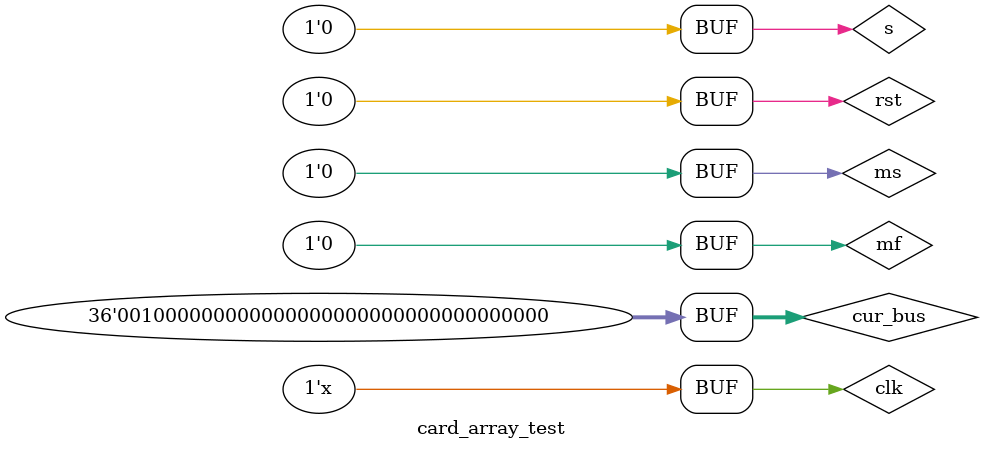
<source format=v>
`timescale 1ns / 1ps

module card_array_test;

	// Inputs
	reg clk;
	reg rst;
	reg s;
	reg mf;
	reg ms;
	reg [35:0] cur_bus;

	// Outputs
	wire [35:0] sel_bus;
	wire [35:0] blink_bus;
	wire [35:0] hidden_bus;

	// Instantiate the Unit Under Test (UUT)
	card_array uut (
		.clk(clk), 
		.rst(rst), 
		.s(s), 
		.mf(mf), 
		.ms(ms), 
		.cur_bus(cur_bus), 
		.sel_bus(sel_bus), 
		.blink_bus(blink_bus), 
		.hidden_bus(hidden_bus)
	);

	initial begin
		// Initialize Inputs
		clk = 0;
		rst = 0;
		s = 0;
		mf = 0;
		ms = 0;
		cur_bus = 36'b100000000000000000000000000000000000;

		// Wait 100 ns for global reset to finish
		#100;
    cur_bus = 36'b010000000000000000000000000000000000;

    #100;
    cur_bus = 36'b001000000000000000000000000000000000;    
		// Add stimulus here

	end
  always #5 clk = ~clk;
endmodule


</source>
